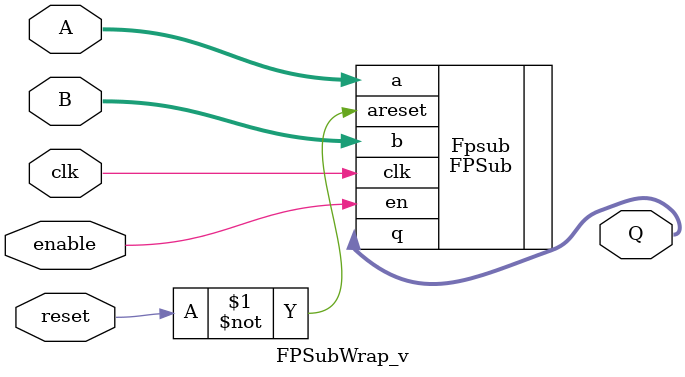
<source format=v>
`timescale 1ps/1ps


module FPSubWrap_v (
    input clk,
    input reset,
    input enable,
    input [15:0] A,
    input [15:0] B,
    output [15:0] Q
);


FPSub Fpsub (
    .clk    (clk),
    .areset (~reset),
    .en     (enable),
    .a      (A),
    .b      (B),
    .q      (Q)
);

endmodule
</source>
